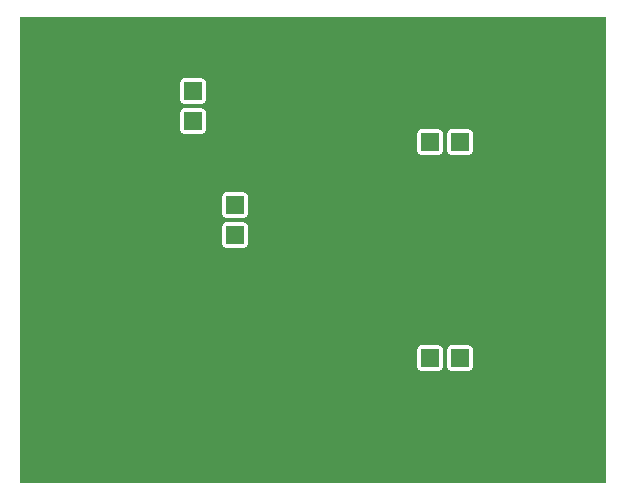
<source format=gbr>
%TF.GenerationSoftware,KiCad,Pcbnew,6.0.10+dfsg-1~bpo11+1*%
%TF.CreationDate,2023-02-14T07:58:38+00:00*%
%TF.ProjectId,PCRD06A,50435244-3036-4412-9e6b-696361645f70,REV*%
%TF.SameCoordinates,Original*%
%TF.FileFunction,Copper,L1,Top*%
%TF.FilePolarity,Positive*%
%FSLAX46Y46*%
G04 Gerber Fmt 4.6, Leading zero omitted, Abs format (unit mm)*
G04 Created by KiCad (PCBNEW 6.0.10+dfsg-1~bpo11+1) date 2023-02-14 07:58:38*
%MOMM*%
%LPD*%
G01*
G04 APERTURE LIST*
%TA.AperFunction,ComponentPad*%
%ADD10C,6.000000*%
%TD*%
%TA.AperFunction,ComponentPad*%
%ADD11R,1.524000X1.524000*%
%TD*%
%TA.AperFunction,ViaPad*%
%ADD12C,0.800000*%
%TD*%
G04 APERTURE END LIST*
D10*
%TO.P,M1,1*%
%TO.N,GND*%
X5080000Y35560000D03*
%TD*%
%TO.P,M2,1*%
%TO.N,GND*%
X45720000Y5080000D03*
%TD*%
%TO.P,M3,1*%
%TO.N,GND*%
X45720000Y35560000D03*
%TD*%
%TO.P,M4,1*%
%TO.N,GND*%
X5080000Y5080000D03*
%TD*%
D11*
%TO.P,J8,1*%
%TO.N,GND*%
X12700000Y31242000D03*
%TO.P,J8,2*%
X12700000Y33782000D03*
%TO.P,J8,3*%
%TO.N,/IN*%
X15240000Y31242000D03*
%TO.P,J8,4*%
X15240000Y33782000D03*
%TO.P,J8,5*%
%TO.N,GND*%
X17780000Y31242000D03*
%TO.P,J8,6*%
X17780000Y33782000D03*
%TD*%
%TO.P,J1,1*%
%TO.N,GND*%
X37846000Y8636000D03*
%TO.P,J1,2*%
X35306000Y8636000D03*
%TO.P,J1,3*%
%TO.N,Net-(C21-Pad3)*%
X37846000Y11176000D03*
%TO.P,J1,4*%
X35306000Y11176000D03*
%TO.P,J1,5*%
%TO.N,GND*%
X37846000Y13716000D03*
%TO.P,J1,6*%
X35306000Y13716000D03*
%TD*%
%TO.P,J2,1*%
%TO.N,GND*%
X35306000Y32004000D03*
%TO.P,J2,2*%
X37846000Y32004000D03*
%TD*%
%TO.P,J3,1*%
%TO.N,/#PeakDetect/Trace*%
X18796000Y21590000D03*
%TO.P,J3,2*%
X18796000Y24130000D03*
%TD*%
%TO.P,J5,1*%
%TO.N,GND*%
X35306000Y26924000D03*
%TO.P,J5,2*%
X37846000Y26924000D03*
%TD*%
%TO.P,J6,1*%
%TO.N,/A/D*%
X35306000Y29464000D03*
%TO.P,J6,2*%
X37846000Y29464000D03*
%TD*%
%TO.P,J7,1*%
%TO.N,GND*%
X21336000Y21590000D03*
%TO.P,J7,2*%
X21336000Y24130000D03*
%TD*%
D12*
%TO.N,GND*%
X20828000Y19304000D03*
X21844000Y19304000D03*
X22860000Y19304000D03*
X16256000Y25908000D03*
X27940000Y25908000D03*
X30988000Y34036000D03*
X31496000Y24892000D03*
X36576000Y16764000D03*
X30988000Y33020000D03*
X12192000Y14224000D03*
X35560000Y16764000D03*
X13208000Y20828000D03*
X19812000Y19304000D03*
X26416000Y16764000D03*
X28448000Y8636000D03*
X23368000Y28448000D03*
X21336000Y14732000D03*
X15240000Y10668000D03*
X13208000Y23368000D03*
X28448000Y15240000D03*
X19304000Y14732000D03*
X11176000Y26924000D03*
X13208000Y28956000D03*
X28448000Y10160000D03*
X31496000Y21844000D03*
X22352000Y34036000D03*
X11176000Y15748000D03*
X27432000Y15240000D03*
X20828000Y16256000D03*
X13208000Y24384000D03*
X23876000Y16256000D03*
X28448000Y7112000D03*
X27940000Y16764000D03*
X13716000Y15240000D03*
X12192000Y15240000D03*
X13716000Y10668000D03*
X27432000Y28956000D03*
X13716000Y13208000D03*
X28448000Y24892000D03*
X13208000Y21844000D03*
X31496000Y20828000D03*
X38100000Y16764000D03*
X26416000Y24384000D03*
X24892000Y16256000D03*
X26416000Y21844000D03*
X32004000Y17272000D03*
X31496000Y19812000D03*
X31496000Y18796000D03*
X22860000Y14732000D03*
X20828000Y30988000D03*
X19304000Y16256000D03*
X28448000Y21844000D03*
X15748000Y27940000D03*
X23368000Y27432000D03*
X13716000Y12192000D03*
X17272000Y27940000D03*
X20828000Y34036000D03*
X28448000Y20320000D03*
X28448000Y23368000D03*
X34544000Y16764000D03*
X22352000Y16256000D03*
X12192000Y27940000D03*
X13716000Y25908000D03*
X26416000Y22860000D03*
X20828000Y32512000D03*
X18796000Y19304000D03*
X14732000Y26924000D03*
X23368000Y29972000D03*
X22860000Y30988000D03*
X31496000Y22860000D03*
X31496000Y23876000D03*
X13716000Y14224000D03*
%TD*%
%TA.AperFunction,Conductor*%
%TO.N,GND*%
G36*
X50180122Y40057998D02*
G01*
X50226615Y40004342D01*
X50238001Y39952000D01*
X50238000Y688000D01*
X50217998Y619879D01*
X50164342Y573386D01*
X50112000Y562000D01*
X688000Y562000D01*
X619879Y582002D01*
X573386Y635658D01*
X562000Y688000D01*
X562000Y11938000D01*
X34231000Y11938000D01*
X34231000Y10414000D01*
X34263814Y10274484D01*
X34333133Y10182690D01*
X34430931Y10122136D01*
X34544000Y10101000D01*
X36068000Y10101000D01*
X36207516Y10133814D01*
X36299310Y10203133D01*
X36359864Y10300931D01*
X36381000Y10414000D01*
X36381000Y11938000D01*
X36771000Y11938000D01*
X36771000Y10414000D01*
X36803814Y10274484D01*
X36873133Y10182690D01*
X36970931Y10122136D01*
X37084000Y10101000D01*
X38608000Y10101000D01*
X38747516Y10133814D01*
X38839310Y10203133D01*
X38899864Y10300931D01*
X38921000Y10414000D01*
X38921000Y11938000D01*
X38888186Y12077516D01*
X38818867Y12169310D01*
X38721069Y12229864D01*
X38608000Y12251000D01*
X37084000Y12251000D01*
X36944484Y12218186D01*
X36852690Y12148867D01*
X36792136Y12051069D01*
X36771000Y11938000D01*
X36381000Y11938000D01*
X36348186Y12077516D01*
X36278867Y12169310D01*
X36181069Y12229864D01*
X36068000Y12251000D01*
X34544000Y12251000D01*
X34404484Y12218186D01*
X34312690Y12148867D01*
X34252136Y12051069D01*
X34231000Y11938000D01*
X562000Y11938000D01*
X562000Y22352000D01*
X17721000Y22352000D01*
X17721000Y20828000D01*
X17753814Y20688484D01*
X17823133Y20596690D01*
X17920931Y20536136D01*
X18034000Y20515000D01*
X19558000Y20515000D01*
X19697516Y20547814D01*
X19789310Y20617133D01*
X19849864Y20714931D01*
X19871000Y20828000D01*
X19871000Y22352000D01*
X19838186Y22491516D01*
X19768867Y22583310D01*
X19671069Y22643864D01*
X19558000Y22665000D01*
X18034000Y22665000D01*
X17894484Y22632186D01*
X17802690Y22562867D01*
X17742136Y22465069D01*
X17721000Y22352000D01*
X562000Y22352000D01*
X562000Y24892000D01*
X17721000Y24892000D01*
X17721000Y23368000D01*
X17753814Y23228484D01*
X17823133Y23136690D01*
X17920931Y23076136D01*
X18034000Y23055000D01*
X19558000Y23055000D01*
X19697516Y23087814D01*
X19789310Y23157133D01*
X19849864Y23254931D01*
X19871000Y23368000D01*
X19871000Y24892000D01*
X19838186Y25031516D01*
X19768867Y25123310D01*
X19671069Y25183864D01*
X19558000Y25205000D01*
X18034000Y25205000D01*
X17894484Y25172186D01*
X17802690Y25102867D01*
X17742136Y25005069D01*
X17721000Y24892000D01*
X562000Y24892000D01*
X562000Y32004000D01*
X14165000Y32004000D01*
X14165000Y30480000D01*
X14197814Y30340484D01*
X14205737Y30329992D01*
X14220628Y30310273D01*
X14267133Y30248690D01*
X14364931Y30188136D01*
X14478000Y30167000D01*
X16002000Y30167000D01*
X16141516Y30199814D01*
X16166551Y30218719D01*
X16176192Y30226000D01*
X34231000Y30226000D01*
X34231000Y28702000D01*
X34263814Y28562484D01*
X34333133Y28470690D01*
X34430931Y28410136D01*
X34544000Y28389000D01*
X36068000Y28389000D01*
X36207516Y28421814D01*
X36299310Y28491133D01*
X36359864Y28588931D01*
X36381000Y28702000D01*
X36381000Y30226000D01*
X36771000Y30226000D01*
X36771000Y28702000D01*
X36803814Y28562484D01*
X36873133Y28470690D01*
X36970931Y28410136D01*
X37084000Y28389000D01*
X38608000Y28389000D01*
X38747516Y28421814D01*
X38839310Y28491133D01*
X38899864Y28588931D01*
X38921000Y28702000D01*
X38921000Y30226000D01*
X38888186Y30365516D01*
X38878451Y30378408D01*
X38841803Y30426937D01*
X38818867Y30457310D01*
X38721069Y30517864D01*
X38608000Y30539000D01*
X37084000Y30539000D01*
X36944484Y30506186D01*
X36933992Y30498263D01*
X36917525Y30485828D01*
X36852690Y30436867D01*
X36792136Y30339069D01*
X36771000Y30226000D01*
X36381000Y30226000D01*
X36348186Y30365516D01*
X36338451Y30378408D01*
X36301803Y30426937D01*
X36278867Y30457310D01*
X36181069Y30517864D01*
X36068000Y30539000D01*
X34544000Y30539000D01*
X34404484Y30506186D01*
X34393992Y30498263D01*
X34377525Y30485828D01*
X34312690Y30436867D01*
X34252136Y30339069D01*
X34231000Y30226000D01*
X16176192Y30226000D01*
X16185578Y30233088D01*
X16233310Y30269133D01*
X16293864Y30366931D01*
X16315000Y30480000D01*
X16315000Y32004000D01*
X16282186Y32143516D01*
X16212867Y32235310D01*
X16115069Y32295864D01*
X16002000Y32317000D01*
X14478000Y32317000D01*
X14338484Y32284186D01*
X14246690Y32214867D01*
X14186136Y32117069D01*
X14165000Y32004000D01*
X562000Y32004000D01*
X562000Y34544000D01*
X14165000Y34544000D01*
X14165000Y33020000D01*
X14197814Y32880484D01*
X14267133Y32788690D01*
X14364931Y32728136D01*
X14478000Y32707000D01*
X16002000Y32707000D01*
X16141516Y32739814D01*
X16233310Y32809133D01*
X16293864Y32906931D01*
X16315000Y33020000D01*
X16315000Y34544000D01*
X16282186Y34683516D01*
X16212867Y34775310D01*
X16115069Y34835864D01*
X16002000Y34857000D01*
X14478000Y34857000D01*
X14338484Y34824186D01*
X14246690Y34754867D01*
X14186136Y34657069D01*
X14165000Y34544000D01*
X562000Y34544000D01*
X562000Y39952000D01*
X582002Y40020121D01*
X635658Y40066614D01*
X688000Y40078000D01*
X50112001Y40078000D01*
X50180122Y40057998D01*
G37*
%TD.AperFunction*%
%TD*%
M02*

</source>
